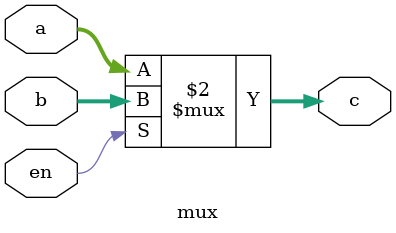
<source format=v>
`timescale 1ns / 1ps


module mux
#(parameter WIDTH=3)
(
input[WIDTH-1:0]a,b,
input en,
output [WIDTH-1:0]c
 );
 assign c= en==0? a:b;
endmodule

</source>
